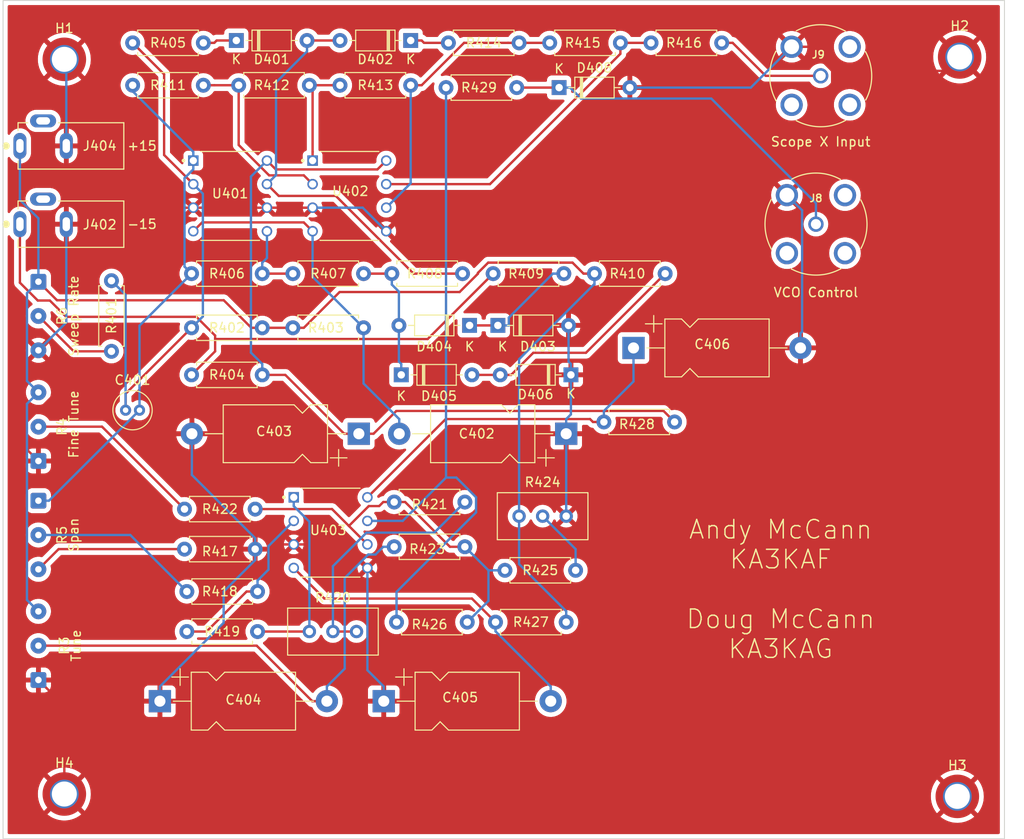
<source format=kicad_pcb>
(kicad_pcb (version 20211014) (generator pcbnew)
  (title_block (title "Spectrum Analyzer: Timebase") (date "2022-05-29") (rev "0.2") (company "Andy McCann KA3KAF and Doug McCann KA3KAG") (comment 1 "Terry White K7TAU") (comment 2 "Wes Hayward W7ZOI") (comment 3 "Original Design by:"))
  (layers (0 "F.Cu" signal) (31 "B.Cu" signal) (34 "B.Paste" user) (36 "B.SilkS" user "B.Silkscreen") (37 "F.SilkS" user "F.Silkscreen") (38 "B.Mask" user) (39 "F.Mask" user) (44 "Edge.Cuts" user))
  (net 0 "")
  (net 1 "Net-(C401-Pad1)")
  (net 2 "Net-(C401-Pad2)")
  (net 3 "GND")
  (net 4 "Net-(C402-Pad2)")
  (net 5 "Net-(C403-Pad1)")
  (net 6 "Net-(C404-Pad2)")
  (net 7 "Net-(C405-Pad2)")
  (net 8 "Net-(C406-Pad1)")
  (net 9 "Net-(D401-Pad1)")
  (net 10 "Net-(D401-Pad2)")
  (net 11 "Net-(D402-Pad1)")
  (net 12 "Net-(D403-Pad1)")
  (net 13 "Net-(D404-Pad2)")
  (net 14 "Net-(D405-Pad2)")
  (net 15 "VCO_Out")
  (net 16 "Out")
  (net 17 "V+15")
  (net 18 "V-15")
  (net 19 "Net-(R4-Pad2)")
  (net 20 "Net-(R418-Pad1)")
  (net 21 "Net-(R417-Pad1)")
  (net 22 "Net-(R401-Pad2)")
  (net 23 "Net-(R406-Pad2)")
  (net 24 "Net-(R411-Pad2)")
  (net 25 "Net-(R412-Pad2)")
  (net 26 "Net-(R413-Pad2)")
  (net 27 "Net-(R415-Pad2)")
  (net 28 "Net-(R418-Pad2)")
  (net 29 "Net-(R419-Pad2)")
  (net 30 "Net-(R420-Pad1)")
  (net 31 "Net-(R421-Pad2)")
  (net 32 "Net-(R424-Pad2)")
  (net 33 "Net-(R426-Pad2)")
  (footprint "Resistor_THT:R_Axial_DIN0207_L6.3mm_D2.5mm_P7.62mm_Horizontal" (layer "F.Cu") (at 64.262 33.528)
    (fp_text reference "R411")
    (fp_text value "12k")
  )
  (footprint "Resistor_THT:R_Axial_DIN0207_L6.3mm_D2.5mm_P7.62mm_Horizontal" (layer "F.Cu") (at 61.976 54.61 -90)
    (fp_text reference "R401")
    (fp_text value "56k")
  )
  (footprint "Connector_Wire:SolderWire-0.127sqmm_1x03_P3.7mm_D0.48mm_OD1mm" (layer "F.Cu") (at 54.102 78.342 -90)
    (fp_text reference "R5")
    (fp_text value "5k")
  )
  (footprint "Resistor_THT:R_Axial_DIN0207_L6.3mm_D2.5mm_P7.62mm_Horizontal" (layer "F.Cu") (at 64.262 28.956)
    (fp_text reference "R405")
    (fp_text value "2.2k")
  )
  (footprint "Resistor_THT:R_Axial_DIN0207_L6.3mm_D2.5mm_P7.62mm_Horizontal" (layer "F.Cu") (at 100.076 83.312 180)
    (fp_text reference "R423")
    (fp_text value "10k")
  )
  (footprint "Resistor_THT:R_Axial_DIN0207_L6.3mm_D2.5mm_P7.62mm_Horizontal" (layer "F.Cu") (at 104.394 85.852)
    (fp_text reference "R425")
    (fp_text value "10k")
  )
  (footprint "Diode_THT:D_DO-35_SOD27_P7.62mm_Horizontal" (layer "F.Cu") (at 93.218 64.77)
    (fp_text reference "D405")
    (fp_text value "1N4148")
  )
  (footprint "Connector_Wire:SolderWire-0.127sqmm_1x03_P3.7mm_D0.48mm_OD1mm" (layer "F.Cu") (at 54.102 74.058 90)
    (fp_text reference "R4")
    (fp_text value "10k")
  )
  (footprint "Resistor_THT:R_Axial_DIN0207_L6.3mm_D2.5mm_P7.62mm_Horizontal" (layer "F.Cu") (at 100.33 91.44 180)
    (fp_text reference "R426")
    (fp_text value "15k")
  )
  (footprint "Capacitor_THT:CP_Axial_L11.0mm_D6.0mm_P18.00mm_Horizontal" (layer "F.Cu") (at 110.998 71.12 180)
    (fp_text reference "C402")
    (fp_text value "22u")
  )
  (footprint "Capacitor_THT:CP_Axial_L11.0mm_D6.0mm_P18.00mm_Horizontal" (layer "F.Cu") (at 88.646 71.12 180)
    (fp_text reference "C403")
    (fp_text value "22u")
  )
  (footprint "Resistor_THT:R_Axial_DIN0207_L6.3mm_D2.5mm_P7.62mm_Horizontal" (layer "F.Cu") (at 70.612 53.848)
    (fp_text reference "R406")
    (fp_text value "2.2k")
  )
  (footprint "SnapEDA Library:TE_5-1634503-1" (layer "F.Cu") (at 138.43 32.512)
    (fp_text reference "J9")
    (fp_text value "Conn_Coaxial")
  )
  (footprint "Resistor_THT:R_Axial_DIN0207_L6.3mm_D2.5mm_P7.62mm_Horizontal" (layer "F.Cu") (at 103.378 91.44)
    (fp_text reference "R427")
    (fp_text value "22")
  )
  (footprint "SnapEDA Library:TE_5-1634503-1" (layer "F.Cu") (at 137.922 48.514)
    (fp_text reference "J8")
    (fp_text value "Conn_Coaxial")
  )
  (footprint "Resistor_THT:R_Axial_DIN0207_L6.3mm_D2.5mm_P7.62mm_Horizontal" (layer "F.Cu") (at 121.666 53.848 180)
    (fp_text reference "R410")
    (fp_text value "2.2k")
  )
  (footprint "Diode_THT:D_DO-35_SOD27_P7.62mm_Horizontal" (layer "F.Cu") (at 110.236 33.782)
    (fp_text reference "D408")
    (fp_text value "1N4148")
  )
  (footprint "Connector_Wire:SolderWire-0.127sqmm_1x03_P3.7mm_D0.48mm_OD1mm" (layer "F.Cu") (at 54.102 54.72 -90)
    (fp_text reference "R6")
    (fp_text value "10k")
  )
  (footprint "Resistor_THT:R_Axial_DIN0207_L6.3mm_D2.5mm_P7.62mm_Horizontal" (layer "F.Cu") (at 122.682 69.85 180)
    (fp_text reference "R428")
    (fp_text value "22")
  )
  (footprint "Resistor_THT:R_Axial_DIN0207_L6.3mm_D2.5mm_P7.62mm_Horizontal" (layer "F.Cu") (at 120.142 28.956)
    (fp_text reference "R416")
    (fp_text value "390")
  )
  (footprint "MountingHole:MountingHole_2.7mm_M2.5_DIN965_Pad_TopOnly" (layer "F.Cu") (at 56.896 30.734)
    (fp_text reference "H1")
    (fp_text value "MountingHole_Pad")
  )
  (footprint "SnapEDA Library:DIP794W45P254L959H508Q8" (layer "F.Cu") (at 87.63 45.466)
    (fp_text reference "U402")
    (fp_text value "LM358")
  )
  (footprint "Resistor_THT:R_Axial_DIN0207_L6.3mm_D2.5mm_P7.62mm_Horizontal" (layer "F.Cu") (at 75.692 33.528)
    (fp_text reference "R412")
    (fp_text value "15k")
  )
  (footprint "MountingHole:MountingHole_2.7mm_M2.5_DIN965_Pad_TopOnly" (layer "F.Cu") (at 153.162 110.236)
    (fp_text reference "H3")
    (fp_text value "MountingHole_Pad")
  )
  (footprint "Capacitor_THT:CP_Axial_L11.0mm_D6.0mm_P18.00mm_Horizontal" (layer "F.Cu") (at 91.33 99.9645)
    (fp_text reference "C405")
    (fp_text value "100u")
  )
  (footprint "Diode_THT:D_DO-35_SOD27_P7.62mm_Horizontal" (layer "F.Cu") (at 100.584 59.436 180)
    (fp_text reference "D404")
    (fp_text value "1N4148")
  )
  (footprint "MountingHole:MountingHole_2.7mm_M2.5_DIN965_Pad_TopOnly" (layer "F.Cu") (at 56.896 109.982)
    (fp_text reference "H4")
    (fp_text value "MountingHole_Pad")
  )
  (footprint "Resistor_THT:R_Axial_DIN0207_L6.3mm_D2.5mm_P7.62mm_Horizontal" (layer "F.Cu") (at 98.044 33.782)
    (fp_text reference "R429")
    (fp_text value "470")
  )
  (footprint "Connector_Wire:SolderWire-0.127sqmm_1x03_P3.7mm_D0.48mm_OD1mm" (layer "F.Cu") (at 54.102 97.68 90)
    (fp_text reference "R3")
    (fp_text value "10k")
  )
  (footprint "Diode_THT:D_DO-35_SOD27_P7.62mm_Horizontal" (layer "F.Cu") (at 94.234 28.702 180)
    (fp_text reference "D402")
    (fp_text value "1N4148")
  )
  (footprint "Resistor_THT:R_Axial_DIN0207_L6.3mm_D2.5mm_P7.62mm_Horizontal" (layer "F.Cu") (at 86.614 33.528)
    (fp_text reference "R413")
    (fp_text value "10k")
  )
  (footprint "MountingHole:MountingHole_2.7mm_M2.5_DIN965_Pad_TopOnly" (layer "F.Cu") (at 153.416 30.48)
    (fp_text reference "H2")
    (fp_text value "MountingHole_Pad")
  )
  (footprint "Resistor_THT:R_Axial_DIN0207_L6.3mm_D2.5mm_P7.62mm_Horizontal" (layer "F.Cu") (at 70.104 92.456)
    (fp_text reference "R419")
    (fp_text value "10k")
  )
  (footprint "SnapEDA Library:CUI_PJ-007" (layer "F.Cu") (at 52.1085 40.074)
    (fp_text reference "J404")
    (fp_text value "Jack-DC")
  )
  (footprint "Resistor_THT:R_Axial_DIN0207_L6.3mm_D2.5mm_P7.62mm_Horizontal" (layer "F.Cu") (at 81.534 53.848)
    (fp_text reference "R407")
    (fp_text value "4.7k")
  )
  (footprint "Capacitor_THT:C_Radial_D4.0mm_H5.0mm_P1.50mm" (layer "F.Cu") (at 63.5 68.58)
    (fp_text reference "C401")
    (fp_text value "1u")
  )
  (footprint "Resistor_THT:R_Axial_DIN0207_L6.3mm_D2.5mm_P7.62mm_Horizontal" (layer "F.Cu") (at 109.22 28.956)
    (fp_text reference "R415")
    (fp_text value "15k")
  )
  (footprint "Capacitor_THT:CP_Axial_L11.0mm_D6.0mm_P18.00mm_Horizontal" (layer "F.Cu") (at 67.2 99.9645)
    (fp_text reference "C404")
    (fp_text value "100u")
  )
  (footprint "Resistor_THT:R_Axial_DIN0207_L6.3mm_D2.5mm_P7.62mm_Horizontal" (layer "F.Cu") (at 70.612 59.69)
    (fp_text reference "R402")
    (fp_text value "680k")
  )
  (footprint "SnapEDA Library:DIP794W45P254L959H508Q8" (layer "F.Cu") (at 85.598 81.788)
    (fp_text reference "U403")
    (fp_text value "LM358")
  )
  (footprint "Resistor_THT:R_Axial_DIN0207_L6.3mm_D2.5mm_P7.62mm_Horizontal" (layer "F.Cu") (at 70.612 64.77)
    (fp_text reference "R404")
    (fp_text value "100")
  )
  (footprint "Potentiometer_THT:Potentiometer_Bourns_3296W_Vertical" (layer "F.Cu") (at 110.998 80.01)
    (fp_text reference "R424")
    (fp_text value "5k")
  )
  (footprint "SnapEDA Library:DIP794W45P254L959H508Q8" (layer "F.Cu") (at 74.77 45.466)
    (fp_text reference "U401")
    (fp_text value "LM358")
  )
  (footprint "Resistor_THT:R_Axial_DIN0207_L6.3mm_D2.5mm_P7.62mm_Horizontal" (layer "F.Cu") (at 103.124 53.848)
    (fp_text reference "R409")
    (fp_text value "2.2k")
  )
  (footprint "Diode_THT:D_DO-35_SOD27_P7.62mm_Horizontal" (layer "F.Cu") (at 75.438 28.702)
    (fp_text reference "D401")
    (fp_text value "1N4148")
  )
  (footprint "Resistor_THT:R_Axial_DIN0207_L6.3mm_D2.5mm_P7.62mm_Horizontal" (layer "F.Cu") (at 69.85 83.566)
    (fp_text reference "R417")
    (fp_text value "51")
  )
  (footprint "Diode_THT:D_DO-35_SOD27_P7.62mm_Horizontal" (layer "F.Cu") (at 111.506 64.77 180)
    (fp_text reference "D406")
    (fp_text value "1N4735")
  )
  (footprint "Resistor_THT:R_Axial_DIN0207_L6.3mm_D2.5mm_P7.62mm_Horizontal" (layer "F.Cu") (at 98.298 28.956)
    (fp_text reference "R414")
    (fp_text value "10k")
  )
  (footprint "Resistor_THT:R_Axial_DIN0207_L6.3mm_D2.5mm_P7.62mm_Horizontal" (layer "F.Cu") (at 69.85 79.248)
    (fp_text reference "R422")
    (fp_text value "240k")
  )
  (footprint "Potentiometer_THT:Potentiometer_Bourns_3296W_Vertical" (layer "F.Cu") (at 88.392 92.456)
    (fp_text reference "R420")
    (fp_text value "5k")
  )
  (footprint "Diode_THT:D_DO-35_SOD27_P7.62mm_Horizontal" (layer "F.Cu") (at 103.632 59.436)
    (fp_text reference "D403")
    (fp_text value "1N4735")
  )
  (footprint "Resistor_THT:R_Axial_DIN0207_L6.3mm_D2.5mm_P7.62mm_Horizontal" (layer "F.Cu") (at 89.154 59.69 180)
    (fp_text reference "R403")
    (fp_text value "100")
  )
  (footprint "SnapEDA Library:CUI_PJ-007" (layer "F.Cu") (at 52.1085 48.514)
    (fp_text reference "J402")
    (fp_text value "Jack-DC")
  )
  (footprint "Capacitor_THT:CP_Axial_L11.0mm_D6.0mm_P18.00mm_Horizontal" (layer "F.Cu") (at 118.254 61.8645)
    (fp_text reference "C406")
    (fp_text value "100u")
  )
  (footprint "Resistor_THT:R_Axial_DIN0207_L6.3mm_D2.5mm_P7.62mm_Horizontal" (layer "F.Cu") (at 70.104 88.138)
    (fp_text reference "R418")
    (fp_text value "10k")
  )
  (footprint "Resistor_THT:R_Axial_DIN0207_L6.3mm_D2.5mm_P7.62mm_Horizontal" (layer "F.Cu") (at 100.076 78.486 180)
    (fp_text reference "R421")
    (fp_text value "6.8k")
  )
  (footprint "Resistor_THT:R_Axial_DIN0207_L6.3mm_D2.5mm_P7.62mm_Horizontal" (layer "F.Cu") (at 99.822 53.848 180)
    (fp_text reference "R408")
    (fp_text value "1k")
  )
  (gr_rect (start 50.292 24.384) (end 158.242 114.808) (layer "Edge.Cuts") (width 0.1) (fill none))
  (gr_text "Andy McCann\nKA3KAF\n\nDoug McCann\nKA3KAG" (at 134.112 87.884) (layer "F.SilkS") (effects (font (size 2 2))))
  (segment (start 63.5 66.802) (end 70.612 59.69) (width 0.254) (layer "F.Cu") (net 1))
  (segment (start 63.5 68.58) (end 63.5 66.802) (width 0.254) (layer "F.Cu") (net 1))
  (segment (start 67.6526 32.3466) (end 64.262 28.956) (width 0.254) (layer "F.Cu") (net 1))
  (segment (start 67.6526 41.0486) (end 67.6526 32.3466) (width 0.254) (layer "F.Cu") (net 1))
  (segment (start 70.8 44.196) (end 67.6526 41.0486) (width 0.254) (layer "F.Cu") (net 1))
  (segment (start 61.976 54.61) (end 63.5 56.134) (width 0.254) (layer "B.Cu") (net 1))
  (segment (start 71.8322 45.2282) (end 71.8322 58.4698) (width 0.254) (layer "B.Cu") (net 1))
  (segment (start 71.8322 58.4698) (end 70.612 59.69) (width 0.254) (layer "B.Cu") (net 1))
  (segment (start 70.8 44.196) (end 71.8322 45.2282) (width 0.254) (layer "B.Cu") (net 1))
  (segment (start 63.5 56.134) (end 63.5 68.58) (width 0.254) (layer "B.Cu") (net 1))
  (segment (start 70.8 41.656) (end 70.8 42.6023) (width 0.254) (layer "B.Cu") (net 2))
  (segment (start 65 59.46) (end 70.612 53.848) (width 0.254) (layer "B.Cu") (net 2))
  (segment (start 69.8537 43.5486) (end 70.8 42.6023) (width 0.254) (layer "B.Cu") (net 2))
  (segment (start 54.102 78.342) (end 55.238 78.342) (width 0.254) (layer "B.Cu") (net 2))
  (segment (start 55.238 78.342) (end 65 68.58) (width 0.254) (layer "B.Cu") (net 2))
  (segment (start 70.612 53.848) (end 69.8537 53.0897) (width 0.254) (layer "B.Cu") (net 2))
  (segment (start 70.8 41.656) (end 70.8 40.7097) (width 0.254) (layer "B.Cu") (net 2))
  (segment (start 70.8 40.7097) (end 64.262 34.1717) (width 0.254) (layer "B.Cu") (net 2))
  (segment (start 69.8537 53.0897) (end 69.8537 43.5486) (width 0.254) (layer "B.Cu") (net 2))
  (segment (start 64.262 34.1717) (end 64.262 33.528) (width 0.254) (layer "B.Cu") (net 2))
  (segment (start 65 68.58) (end 65 59.46) (width 0.254) (layer "B.Cu") (net 2))
  (segment (start 78.74 46.736) (end 83.66 46.736) (width 0.254) (layer "F.Cu") (net 3))
  (segment (start 59.9678 41.852) (end 58.1898 40.074) (width 0.254) (layer "F.Cu") (net 3))
  (segment (start 57.1085 40.074) (end 58.1898 40.074) (width 0.254) (layer "F.Cu") (net 3))
  (segment (start 55.7074 63.7254) (end 54.102 62.12) (width 0.254) (layer "F.Cu") (net 3))
  (segment (start 67.2 99.9645) (end 56.896 99.9645) (width 0.254) (layer "F.Cu") (net 3))
  (segment (start 133.22 64.77) (end 133.22 90.294) (width 0.254) (layer "F.Cu") (net 3))
  (segment (start 89.568 85.598) (end 87.028 83.058) (width 0.254) (layer "F.Cu") (net 3))
  (segment (start 137.0727 29.382) (end 135.3 29.382) (width 0.254) (layer "F.Cu") (net 3))
  (segment (start 134.6727 61.8645) (end 133.22 63.3172) (width 0.254) (layer "F.Cu") (net 3))
  (segment (start 77.47 83.566) (end 78.6513 83.566) (width 0.254) (layer "F.Cu") (net 3))
  (segment (start 56.896 99.9645) (end 56.3865 99.9645) (width 0.254) (layer "F.Cu") (net 3))
  (segment (start 70.8 46.736) (end 59.9678 46.736) (width 0.254) (layer "F.Cu") (net 3))
  (segment (start 55.7074 66.974) (end 55.7074 63.7254) (width 0.254) (layer "F.Cu") (net 3))
  (segment (start 90.6726 84.4934) (end 89.568 85.598) (width 0.254) (layer "F.Cu") (net 3))
  (segment (start 133.22 63.3172) (end 133.22 64.77) (width 0.254) (layer "F.Cu") (net 3))
  (segment (start 78.74 46.736) (end 70.8 46.736) (width 0.254) (layer "F.Cu") (net 3))
  (segment (start 151.9173 31.9787) (end 139.6694 31.9787) (width 0.254) (layer "F.Cu") (net 3))
  (segment (start 63.102 71.12) (end 58.956 66.974) (width 0.254) (layer "F.Cu") (net 3))
  (segment (start 87.028 83.058) (end 81.628 83.058) (width 0.254) (layer "F.Cu") (net 3))
  (segment (start 153.416 30.48) (end 151.9173 31.9787) (width 0.254) (layer "F.Cu") (net 3))
  (segment (start 133.22 90.294) (end 153.162 110.236) (width 0.254) (layer "F.Cu") (net 3))
  (segment (start 139.6694 31.9787) (end 137.0727 29.382) (width 0.254) (layer "F.Cu") (net 3))
  (segment (start 106.5146 84.4934) (end 90.6726 84.4934) (width 0.254) (layer "F.Cu") (net 3))
  (segment (start 55.7074 66.974) (end 52.8278 69.8536) (width 0.254) (layer "F.Cu") (net 3))
  (segment (start 56.896 99.9645) (end 56.896 109.982) (width 0.254) (layer "F.Cu") (net 3))
  (segment (start 52.8278 72.7838) (end 54.102 74.058) (width 0.254) (layer "F.Cu") (net 3))
  (segment (start 136.254 61.8645) (end 134.6727 61.8645) (width 0.254) (layer "F.Cu") (net 3))
  (segment (start 52.8278 69.8536) (end 52.8278 72.7838) (width 0.254) (layer "F.Cu") (net 3))
  (segment (start 59.9678 46.736) (end 58.1898 48.514) (width 0.254) (layer "F.Cu") (net 3))
  (segment (start 110.998 80.01) (end 106.5146 84.4934) (width 0.254) (layer "F.Cu") (net 3))
  (segment (start 139.6694 40.5066) (end 139.6694 31.9787) (width 0.254) (layer "F.Cu") (net 3))
  (segment (start 133.22 64.77) (end 111.506 64.77) (width 0.254) (layer "F.Cu") (net 3))
  (segment (start 70.646 71.12) (end 63.102 71.12) (width 0.254) (layer "F.Cu") (net 3))
  (segment (start 79.1593 83.058) (end 78.6513 83.566) (width 0.254) (layer "F.Cu") (net 3))
  (segment (start 59.9678 46.736) (end 59.9678 41.852) (width 0.254) (layer "F.Cu") (net 3))
  (segment (start 58.956 66.974) (end 55.7074 66.974) (width 0.254) (layer "F.Cu") (net 3))
  (segment (start 56.3865 99.9645) (end 54.102 97.68) (width 0.254) (layer "F.Cu") (net 3))
  (segment (start 57.1085 48.514) (end 58.1898 48.514) (width 0.254) (layer "F.Cu") (net 3))
  (segment (start 81.628 83.058) (end 79.1593 83.058) (width 0.254) (layer "F.Cu") (net 3))
  (segment (start 134.792 45.384) (end 139.6694 40.5066) (width 0.254) (layer "F.Cu") (net 3))
  (segment (start 130.9 33.782) (end 117.856 33.782) (width 0.254) (layer "B.Cu") (net 3))
  (segment (start 136.254 60.2832) (end 136.4271 60.1101) (width 0.254) (layer "B.Cu") (net 3))
  (segment (start 77.47 83.566) (end 77.47 84.7473) (width 0.254) (layer "B.Cu") (net 3))
  (segment (start 57.1085 59.1135) (end 54.102 62.12) (width 0.254) (layer "B.Cu") (net 3))
  (segment (start 91.33 99.9645) (end 91.33 98.3832) (width 0.254) (layer "B.Cu") (net 3))
  (segment (start 111.252 59.436) (end 111.252 60.6173) (width 0.254) (layer "B.Cu") (net 3))
  (segment (start 57.1085 48.514) (end 57.1085 59.1135) (width 0.254) (layer "B.Cu") (net 3))
  (segment (start 57.1085 30.9465) (end 56.896 30.734) (width 0.254) (layer "B.Cu") (net 3))
  (segment (start 67.2 99.9645) (end 67.2 98.3832) (width 0.254) (layer "B.Cu") (net 3))
  (segment (start 136.254 61.8645) (end 136.254 60.2832) (width 0.254) (layer "B.Cu") (net 3))
  (segment (start 111.506 64.1793) (end 111.506 64.77) (width 0.254) (layer "B.Cu") (net 3))
  (segment (start 111.252 63.3347) (end 111.252 60.6173) (width 0.254) (layer "B.Cu") (net 3))
  (segment (start 111.506 63.5887) (end 111.252 63.3347) (width 0.254) (layer "B.Cu") (net 3))
  (segment (start 111.506 64.77) (end 111.506 69.0307) (width 0.254) (layer "B.Cu") (net 3))
  (segment (start 111.506 69.0307) (end 110.998 69.5387) (width 0.254) (layer "B.Cu") (net 3))
  (segment (start 77.47 82.3847) (end 70.646 75.5607) (width 0.254) (layer "B.Cu") (net 3))
  (segment (start 136.4271 47.0191) (end 134.792 45.384) (width 0.254) (layer "B.Cu") (net 3))
  (segment (start 110.998 80.01) (end 110.998 71.12) (width 0.254) (layer "B.Cu") (net 3))
  (segment (start 74.0707 88.1466) (end 77.47 84.7473) (width 0.254) (layer "B.Cu") (net 3))
  (segment (start 111.506 64.1793) (end 111.506 63.5887) (width 0.254) (layer "B.Cu") (net 3))
  (segment (start 74.0707 91.5125) (end 74.0707 88.1466) (width 0.254) (layer "B.Cu") (net 3))
  (segment (start 57.1085 40.074) (end 57.1085 30.9465) (width 0.254) (layer "B.Cu") (net 3))
  (segment (start 89.568 85.598) (end 89.568 96.6212) (width 0.254) (layer "B.Cu") (net 3))
  (segment (start 136.4271 60.1101) (end 136.4271 47.0191) (width 0.254) (layer "B.Cu") (net 3))
  (segment (start 110.998 71.12) (end 110.998 69.5387) (width 0.254) (layer "B.Cu") (net 3))
  (segment (start 89.06 46.736) (end 83.66 46.736) (width 0.254) (layer "B.Cu") (net 3))
  (segment (start 67.2 98.3832) (end 74.0707 91.5125) (width 0.254) (layer "B.Cu") (net 3))
  (segment (start 135.3 29.382) (end 130.9 33.782) (width 0.254) (layer "B.Cu") (net 3))
  (segment (start 77.47 83.566) (end 77.47 82.3847) (width 0.254) (layer "B.Cu") (net 3))
  (segment (start 70.646 75.5607) (end 70.646 71.12) (width 0.254) (layer "B.Cu") (net 3))
  (segment (start 91.6 49.276) (end 89.06 46.736) (width 0.254) (layer "B.Cu") (net 3))
  (segment (start 89.568 96.6212) (end 91.33 98.3832) (width 0.254) (layer "B.Cu") (net 3))
  (segment (start 70.8 49.276) (end 71.7525 48.3235) (width 0.254) (layer "F.Cu") (net 4))
  (segment (start 82.7075 48.3235) (end 83.66 49.276) (width 0.254) (layer "F.Cu") (net 4))
  (segment (start 71.7525 48.3235) (end 82.7075 48.3235) (width 0.254) (layer "F.Cu") (net 4))
  (segment (start 83.66 54.196) (end 89.154 59.69) (width 0.254) (layer "B.Cu") (net 4))
  (segment (start 83.66 49.276) (end 83.66 54.196) (width 0.254) (layer "B.Cu") (net 4))
  (segment (start 89.154 59.69) (end 89.154 65.6947) (width 0.254) (layer "B.Cu") (net 4))
  (segment (start 92.998 71.12) (end 92.998 69.5387) (width 0.254) (layer "B.Cu") (net 4))
  (segment (start 89.154 65.6947) (end 92.998 69.5387) (width 0.254) (layer "B.Cu") (net 4))
  (segment (start 78.74 41.656) (end 79.6938 42.6098) (width 0.254) (layer "F.Cu") (net 5))
  (segment (start 80.7147 64.77) (end 87.0647 71.12) (width 0.254) (layer "F.Cu") (net 5))
  (segment (start 79.6938 42.6098) (end 90.6462 42.6098) (width 0.254) (layer "F.Cu") (net 5))
  (segment (start 88.646 71.12) (end 87.0647 71.12) (width 0.254) (layer "F.Cu") (net 5))
  (segment (start 92.6885 68.6588) (end 90.2273 71.12) (width 0.254) (layer "F.Cu") (net 5))
  (segment (start 88.646 71.12) (end 90.2273 71.12) (width 0.254) (layer "F.Cu") (net 5))
  (segment (start 90.6462 42.6098) (end 91.6 41.656) (width 0.254) (layer "F.Cu") (net 5))
  (segment (start 122.682 69.85) (end 121.4908 68.6588) (width 0.254) (layer "F.Cu") (net 5))
  (segment (start 121.4908 68.6588) (end 92.6885 68.6588) (width 0.254) (layer "F.Cu") (net 5))
  (segment (start 78.232 64.77) (end 80.7147 64.77) (width 0.254) (layer "F.Cu") (net 5))
  (segment (start 78.74 41.656) (end 77.0137 43.3823) (width 0.254) (layer "B.Cu") (net 5))
  (segment (start 77.0137 62.3704) (end 78.232 63.5887) (width 0.254) (layer "B.Cu") (net 5))
  (segment (start 77.0137 43.3823) (end 77.0137 62.3704) (width 0.254) (layer "B.Cu") (net 5))
  (segment (start 78.232 64.77) (end 78.232 63.5887) (width 0.254) (layer "B.Cu") (net 5))
  (segment (start 85.2 99.9645) (end 83.6187 99.9645) (width 0.254) (layer "F.Cu") (net 6))
  (segment (start 83.6187 99.9645) (end 77.6342 93.98) (width 0.254) (layer "F.Cu") (net 6))
  (segment (start 77.6342 93.98) (end 54.102 93.98) (width 0.254) (layer "F.Cu") (net 6))
  (segment (start 87.122 86.6846) (end 89.6593 84.1473) (width 0.254) (layer "B.Cu") (net 6))
  (segment (start 87.122 96.4612) (end 87.122 86.6846) (width 0.254) (layer "B.Cu") (net 6))
  (segment (start 89.6593 84.1473) (end 90.4394 84.1473) (width 0.254) (layer "B.Cu") (net 6))
  (segment (start 85.2 98.3832) (end 87.122 96.4612) (width 0.254) (layer "B.Cu") (net 6))
  (segment (start 90.4394 84.1473) (end 91.2747 83.312) (width 0.254) (layer "B.Cu") (net 6))
  (segment (start 92.456 83.312) (end 91.2747 83.312) (width 0.254) (layer "B.Cu") (net 6))
  (segment (start 85.2 99.9645) (end 85.2 98.3832) (width 0.254) (layer "B.Cu") (net 6))
  (segment (start 81.628 85.598) (end 84.93 88.9) (width 0.254) (layer "F.Cu") (net 7))
  (segment (start 84.93 88.9) (end 100.838 88.9) (width 0.254) (layer "F.Cu") (net 7))
  (segment (start 100.838 88.9) (end 103.378 91.44) (width 0.254) (layer "F.Cu") (net 7))
  (segment (start 109.33 99.9645) (end 109.33 98.3832) (width 0.254) (layer "B.Cu") (net 7))
  (segment (start 109.33 98.3832) (end 103.378 92.4312) (width 0.254) (layer "B.Cu") (net 7))
  (segment (start 103.378 92.4312) (end 103.378 91.44) (width 0.254) (layer "B.Cu") (net 7))
  (segment (start 113.8807 69.85) (end 113.5693 69.5386) (width 0.254) (layer "F.Cu") (net 8))
  (segment (start 115.062 69.85) (end 113.8807 69.85) (width 0.254) (layer "F.Cu") (net 8))
  (segment (start 98.0074 69.5386) (end 89.568 77.978) (width 0.254) (layer "F.Cu") (net 8))
  (segment (start 113.5693 69.5386) (end 98.0074 69.5386) (width 0.254) (layer "F.Cu") (net 8))
  (segment (start 118.254 61.8645) (end 118.254 65.4767) (width 0.254) (layer "B.Cu") (net 8))
  (segment (start 115.062 69.85) (end 115.062 68.6687) (width 0.254) (layer "B.Cu") (net 8))
  (segment (start 118.254 65.4767) (end 115.062 68.6687) (width 0.254) (layer "B.Cu") (net 8))
  (segment (start 75.438 28.702) (end 73.3173 28.702) (width 0.254) (layer "F.Cu") (net 9))
  (segment (start 71.882 28.956) (end 73.0633 28.956) (width 0.254) (layer "F.Cu") (net 9))
  (segment (start 73.3173 28.702) (end 73.0633 28.956) (width 0.254) (layer "F.Cu") (net 9))
  (segment (start 99.822 53.848) (end 94.5454 53.848) (width 0.254) (layer "F.Cu") (net 10))
  (segment (start 80.01 45.466) (end 78.74 44.196) (width 0.254) (layer "F.Cu") (net 10))
  (segment (start 83.058 28.702) (end 86.614 28.702) (width 0.254) (layer "F.Cu") (net 10))
  (segment (start 94.5454 53.848) (end 86.1634 45.466) (width 0.254) (layer "F.Cu") (net 10))
  (segment (start 86.1634 45.466) (end 80.01 45.466) (width 0.254) (layer "F.Cu") (net 10))
  (segment (start 78.74 44.196) (end 79.72 43.216) (width 0.254) (layer "B.Cu") (net 10))
  (segment (start 79.72 43.216) (end 79.72 33.2213) (width 0.254) (layer "B.Cu") (net 10))
  (segment (start 83.058 28.702) (end 83.058 29.8833) (width 0.254) (layer "B.Cu") (net 10))
  (segment (start 79.72 33.2213) (end 83.058 29.8833) (width 0.254) (layer "B.Cu") (net 10))
  (segment (start 98.298 28.956) (end 95.6693 28.956) (width 0.254) (layer "F.Cu") (net 11))
  (segment (start 95.6693 28.956) (end 95.4153 28.702) (width 0.254) (layer "F.Cu") (net 11))
  (segment (start 94.234 28.702) (end 95.4153 28.702) (width 0.254) (layer "F.Cu") (net 11))
  (segment (start 103.632 59.436) (end 100.584 59.436) (width 0.254) (layer "F.Cu") (net 12))
  (segment (start 110.744 53.848) (end 109.5627 53.848) (width 0.254) (layer "B.Cu") (net 12))
  (segment (start 109.5627 53.848) (end 104.8133 58.5974) (width 0.254) (layer "B.Cu") (net 12))
  (segment (start 103.632 59.436) (end 104.8133 59.436) (width 0.254) (layer "B.Cu") (net 12))
  (segment (start 104.8133 58.5974) (end 104.8133 59.436) (width 0.254) (layer "B.Cu") (net 12))
  (segment (start 92.202 53.848) (end 89.154 53.848) (width 0.254) (layer "F.Cu") (net 13))
  (segment (start 93.218 64.77) (end 93.218 63.5887) (width 0.254) (layer "B.Cu") (net 13))
  (segment (start 92.964 55.7913) (end 92.964 59.436) (width 0.254) (layer "B.Cu") (net 13))
  (segment (start 92.964 59.436) (end 92.964 63.3347) (width 0.254) (layer "B.Cu") (net 13))
  (segment (start 92.964 63.3347) (end 93.218 63.5887) (width 0.254) (layer "B.Cu") (net 13))
  (segment (start 92.202 55.0293) (end 92.964 55.7913) (width 0.254) (layer "B.Cu") (net 13))
  (segment (start 92.202 53.848) (end 92.202 55.0293) (width 0.254) (layer "B.Cu") (net 13))
  (segment (start 113.1263 62.3877) (end 107.4496 62.3877) (width 0.254) (layer "F.Cu") (net 14))
  (segment (start 103.886 64.77) (end 100.838 64.77) (width 0.254) (layer "F.Cu") (net 14))
  (segment (start 107.4496 62.3877) (end 105.0673 64.77) (width 0.254) (layer "F.Cu") (net 14))
  (segment (start 121.666 53.848) (end 113.1263 62.3877) (width 0.254) (layer "F.Cu") (net 14))
  (segment (start 103.886 64.77) (end 105.0673 64.77) (width 0.254) (layer "F.Cu") (net 14))
  (segment (start 105.664 33.782) (end 110.236 33.782) (width 0.254) (layer "F.Cu") (net 15))
  (segment (start 112.5986 34.9633) (end 126.6346 34.9633) (width 0.254) (layer "B.Cu") (net 15))
  (segment (start 111.4173 33.782) (end 112.5986 34.9633) (width 0.254) (layer "B.Cu") (net 15))
  (segment (start 137.922 46.2507) (end 137.922 48.514) (width 0.254) (layer "B.Cu") (net 15))
  (segment (start 126.6346 34.9633) (end 137.922 46.2507) (width 0.254) (layer "B.Cu") (net 15))
  (segment (start 110.236 33.782) (end 111.4173 33.782) (width 0.254) (layer "B.Cu") (net 15))
  (segment (start 128.9433 28.956) (end 132.4993 32.512) (width 0.254) (layer "F.Cu") (net 16))
  (segment (start 127.762 28.956) (end 128.9433 28.956) (width 0.254) (layer "F.Cu") (net 16))
  (segment (start 132.4993 32.512) (end 138.43 32.512) (width 0.254) (layer "F.Cu") (net 16))
  (segment (start 73.152 60.903) (end 73.152 62.23) (width 0.254) (layer "F.Cu") (net 17))
  (segment (start 57.0923 58.5087) (end 71.1292 58.5087) (width 0.254) (layer "F.Cu") (net 17))
  (segment (start 71.1292 58.5087) (end 73.152 60.5315) (width 0.254) (layer "F.Cu") (net 17))
  (segment (start 73.152 60.5315) (end 73.152 60.903) (width 0.254) (layer "F.Cu") (net 17))
  (segment (start 52.1085 48.514) (end 52.1085 54.8267) (width 0.254) (layer "F.Cu") (net 17))
  (segment (start 73.152 62.23) (end 70.612 64.77) (width 0.254) (layer "F.Cu") (net 17))
  (segment (start 96.069 60.903) (end 73.152 60.903) (width 0.254) (layer "F.Cu") (net 17))
  (segment (start 52.1085 54.8267) (end 54.0315 56.7497) (width 0.254) (layer "F.Cu") (net 17))
  (segment (start 103.124 53.848) (end 96.069 60.903) (width 0.254) (layer "F.Cu") (net 17))
  (segment (start 54.0315 56.7497) (end 55.3333 56.7497) (width 0.254) (layer "F.Cu") (net 17))
  (segment (start 55.3333 56.7497) (end 57.0923 58.5087) (width 0.254) (layer "F.Cu") (net 17))
  (segment (start 78.232 59.69) (end 81.534 59.69) (width 0.254) (layer "F.Cu") (net 18))
  (segment (start 78.232 59.69) (end 77.0507 59.69) (width 0.254) (layer "F.Cu") (net 18))
  (segment (start 111.6782 52.6615) (end 112.8647 53.848) (width 0.254) (layer "F.Cu") (net 18))
  (segment (start 101.4852 53.7656) (end 102.5893 52.6615) (width 0.254) (layer "F.Cu") (net 18))
  (segment (start 81.534 59.69) (end 82.7153 59.69) (width 0.254) (layer "F.Cu") (net 18))
  (segment (start 82.7153 59.69) (end 86.5734 55.8319) (width 0.254) (layer "F.Cu") (net 18))
  (segment (start 56.1037 56.7217) (end 54.102 54.72) (width 0.254) (layer "F.Cu") (net 18))
  (segment (start 101.4852 53.8555) (end 101.4852 53.7656) (width 0.254) (layer "F.Cu") (net 18))
  (segment (start 102.5893 52.6615) (end 111.6782 52.6615) (width 0.254) (layer "F.Cu") (net 18))
  (segment (start 114.046 53.848) (end 112.8647 53.848) (width 0.254) (layer "F.Cu") (net 18))
  (segment (start 86.5734 55.8319) (end 99.5088 55.8319) (width 0.254) (layer "F.Cu") (net 18))
  (segment (start 74.0824 56.7217) (end 56.1037 56.7217) (width 0.254) (layer "F.Cu") (net 18))
  (segment (start 77.0507 59.69) (end 74.0824 56.7217) (width 0.254) (layer "F.Cu") (net 18))
  (segment (start 99.5088 55.8319) (end 101.4852 53.8555) (width 0.254) (layer "F.Cu") (net 18))
  (segment (start 52.8678 89.0458) (end 52.8678 67.8922) (width 0.254) (layer "B.Cu") (net 18))
  (segment (start 52.1085 40.074) (end 52.1085 45.896) (width 0.254) (layer "B.Cu") (net 18))
  (segment (start 52.8678 67.8922) (end 54.102 66.658) (width 0.254) (layer "B.Cu") (net 18))
  (segment (start 105.918 80.01) (end 105.918 85.1787) (width 0.254) (layer "B.Cu") (net 18))
  (segment (start 54.102 47.8895) (end 54.102 54.72) (width 0.254) (layer "B.Cu") (net 18))
  (segment (start 110.998 91.44) (end 110.998 90.2587) (width 0.254) (layer "B.Cu") (net 18))
  (segment (start 54.102 54.72) (end 52.8697 55.9523) (width 0.254) (layer "B.Cu") (net 18))
  (segment (start 52.8697 55.9523) (end 52.8697 65.4257) (width 0.254) (layer "B.Cu") (net 18))
  (segment (start 113.9722 55.0293) (end 105.918 63.0835) (width 0.254) (layer "B.Cu") (net 18))
  (segment (start 54.102 90.28) (end 52.8678 89.0458) (width 0.254) (layer "B.Cu") (net 18))
  (segment (start 105.918 85.1787) (end 110.998 90.2587) (width 0.254) (layer "B.Cu") (net 18))
  (segment (start 52.1085 45.896) (end 54.102 47.8895) (width 0.254) (layer "B.Cu") (net 18))
  (segment (start 114.046 55.0293) (end 113.9722 55.0293) (width 0.254) (layer "B.Cu") (net 18))
  (segment (start 114.046 53.848) (end 114.046 55.0293) (width 0.254) (layer "B.Cu") (net 18))
  (segment (start 52.8697 65.4257) (end 54.102 66.658) (width 0.254) (layer "B.Cu") (net 18))
  (segment (start 105.918 63.0835) (end 105.918 80.01) (width 0.254) (layer "B.Cu") (net 18))
  (segment (start 60.96 70.358) (end 54.102 70.358) (width 0.254) (layer "F.Cu") (net 19))
  (segment (start 69.85 79.248) (end 60.96 70.358) (width 0.254) (layer "F.Cu") (net 19))
  (segment (start 64.008 82.042) (end 54.102 82.042) (width 0.254) (layer "B.Cu") (net 20))
  (segment (start 70.104 88.138) (end 64.008 82.042) (width 0.254) (layer "B.Cu") (net 20))
  (segment (start 69.85 83.566) (end 56.278 83.566) (width 0.254) (layer "F.Cu") (net 21))
  (segment (start 56.278 83.566) (end 54.102 85.742) (width 0.254) (layer "F.Cu") (net 21))
  (segment (start 57.912 62.23) (end 61.976 62.23) (width 0.254) (layer "F.Cu") (net 22))
  (segment (start 54.102 58.42) (end 57.912 62.23) (width 0.254) (layer "F.Cu") (net 22))
  (segment (start 81.534 53.848) (end 78.232 53.848) (width 0.254) (layer "F.Cu") (net 23))
  (segment (start 78.74 49.276) (end 78.74 52.1587) (width 0.254) (layer "B.Cu") (net 23))
  (segment (start 78.232 53.848) (end 78.232 52.6667) (width 0.254) (layer "B.Cu") (net 23))
  (segment (start 78.74 52.1587) (end 78.232 52.6667) (width 0.254) (layer "B.Cu") (net 23))
  (segment (start 75.692 33.528) (end 73.0633 33.528) (width 0.254) (layer "F.Cu") (net 24))
  (segment (start 78.9707 43.2496) (end 75.692 39.9709) (width 0.254) (layer "F.Cu") (net 24))
  (segment (start 83.66 44.196) (end 82.7136 43.2496) (width 0.254) (layer "F.Cu") (net 24))
  (segment (start 82.7136 43.2496) (end 78.9707 43.2496) (width 0.254) (layer "F.Cu") (net 24))
  (segment (start 75.692 39.9709) (end 75.692 33.528) (width 0.254) (layer "F.Cu") (net 24))
  (segment (start 71.882 33.528) (end 73.0633 33.528) (width 0.254) (layer "F.Cu") (net 24))
  (segment (start 83.66 41.656) (end 83.66 40.7097) (width 0.254) (layer "F.Cu") (net 25))
  (segment (start 83.66 33.528) (end 83.312 33.528) (width 0.254) (layer "F.Cu") (net 25))
  (segment (start 86.614 33.528) (end 83.66 33.528) (width 0.254) (layer "F.Cu") (net 25))
  (segment (start 83.66 33.528) (end 83.66 40.7097) (width 0.254) (layer "F.Cu") (net 25))
  (segment (start 104.7367 28.956) (end 99.9873 28.956) (width 0.254) (layer "F.Cu") (net 26))
  (segment (start 99.9873 28.956) (end 95.4153 33.528) (width 0.254) (layer "F.Cu") (net 26))
  (segment (start 105.918 28.956) (end 104.7367 28.956) (width 0.254) (layer "F.Cu") (net 26))
  (segment (start 109.22 28.956) (end 105.918 28.956) (width 0.254) (layer "F.Cu") (net 26))
  (segment (start 94.234 33.528) (end 95.4153 33.528) (width 0.254) (layer "F.Cu") (net 26))
  (segment (start 94.234 33.528) (end 94.234 44.102) (width 0.254) (layer "B.Cu") (net 26))
  (segment (start 94.234 44.102) (end 91.6 46.736) (width 0.254) (layer "B.Cu") (net 26))
  (segment (start 116.84 28.956) (end 116.84 30.1373) (width 0.254) (layer "F.Cu") (net 27))
  (segment (start 102.7813 44.196) (end 116.84 30.1373) (width 0.254) (layer "F.Cu") (net 27))
  (segment (start 91.6 44.196) (end 102.7813 44.196) (width 0.254) (layer "F.Cu") (net 27))
  (segment (start 116.84 28.956) (end 120.142 28.956) (width 0.254) (layer "F.Cu") (net 27))
  (segment (start 76.5427 88.138) (end 72.2247 92.456) (width 0.254) (layer "F.Cu") (net 28))
  (segment (start 77.724 88.138) (end 76.5427 88.138) (width 0.254) (layer "F.Cu") (net 28))
  (segment (start 72.2247 92.456) (end 70.104 92.456) (width 0.254) (layer "F.Cu") (net 28))
  (segment (start 78.9053 83.2407) (end 81.628 80.518) (width 0.254) (layer "B.Cu") (net 28))
  (segment (start 77.724 88.138) (end 77.724 86.9567) (width 0.254) (layer "B.Cu") (net 28))
  (segment (start 78.9053 85.7754) (end 78.9053 83.2407) (width 0.254) (layer "B.Cu") (net 28))
  (segment (start 77.724 86.9567) (end 78.9053 85.7754) (width 0.254) (layer "B.Cu") (net 28))
  (segment (start 83.312 92.456) (end 77.724 92.456) (width 0.254) (layer "F.Cu") (net 29))
  (segment (start 81.628 77.978) (end 81.628 78.9243) (width 0.254) (layer "B.Cu") (net 29))
  (segment (start 83.312 80.6083) (end 83.312 92.456) (width 0.254) (layer "B.Cu") (net 29))
  (segment (start 81.628 78.9243) (end 83.312 80.6083) (width 0.254) (layer "B.Cu") (net 29))
  (segment (start 85.852 92.456) (end 88.392 92.456) (width 0.254) (layer "F.Cu") (net 30))
  (segment (start 96.774 81.788) (end 89.47 81.788) (width 0.254) (layer "B.Cu") (net 30))
  (segment (start 100.076 78.486) (end 96.774 81.788) (width 0.254) (layer "B.Cu") (net 30))
  (segment (start 85.852 85.406) (end 85.852 92.456) (width 0.254) (layer "B.Cu") (net 30))
  (segment (start 89.47 81.788) (end 85.852 85.406) (width 0.254) (layer "B.Cu") (net 30))
  (segment (start 87.573 81.063) (end 89.568 83.058) (width 0.254) (layer "F.Cu") (net 31))
  (segment (start 89.7116 78.9244) (end 87.573 81.063) (width 0.254) (layer "F.Cu") (net 31))
  (segment (start 90.8363 78.9244) (end 89.7116 78.9244) (width 0.254) (layer "F.Cu") (net 31))
  (segment (start 92.456 78.486) (end 93.6373 78.486) (width 0.254) (layer "F.Cu") (net 31))
  (segment (start 91.8654 78.486) (end 92.456 78.486) (width 0.254) (layer "F.Cu") (net 31))
  (segment (start 91.8654 78.486) (end 91.2747 78.486) (width 0.254) (layer "F.Cu") (net 31))
  (segment (start 77.47 79.248) (end 85.758 79.248) (width 0.254) (layer "F.Cu") (net 31))
  (segment (start 93.6373 78.486) (end 98.4633 83.312) (width 0.254) (layer "F.Cu") (net 31))
  (segment (start 98.4633 83.312) (end 100.076 83.312) (width 0.254) (layer "F.Cu") (net 31))
  (segment (start 85.758 79.248) (end 87.573 81.063) (width 0.254) (layer "F.Cu") (net 31))
  (segment (start 91.2747 78.486) (end 90.8363 78.9244) (width 0.254) (layer "F.Cu") (net 31))
  (segment (start 100.076 83.312) (end 102.616 85.852) (width 0.254) (layer "B.Cu") (net 31))
  (segment (start 100.33 91.44) (end 102.616 89.154) (width 0.254) (layer "B.Cu") (net 31))
  (segment (start 102.616 89.154) (end 102.616 85.852) (width 0.254) (layer "B.Cu") (net 31))
  (segment (start 102.616 85.852) (end 104.394 85.852) (width 0.254) (layer "B.Cu") (net 31))
  (segment (start 108.458 80.01) (end 112.014 83.566) (width 0.254) (layer "B.Cu") (net 32))
  (segment (start 112.014 83.566) (end 112.014 85.852) (width 0.254) (layer "B.Cu") (net 32))
  (segment (start 92.71 88.1731) (end 92.71 91.44) (width 0.254) (layer "B.Cu") (net 33))
  (segment (start 98.044 33.782) (end 98.044 75.8476) (width 0.254) (layer "B.Cu") (net 33))
  (segment (start 101.2802 77.9697) (end 101.2802 79.6029) (width 0.254) (layer "B.Cu") (net 33))
  (segment (start 98.044 75.8476) (end 99.1581 75.8476) (width 0.254) (layer "B.Cu") (net 33))
  (segment (start 89.568 80.518) (end 93.3736 80.518) (width 0.254) (layer "B.Cu") (net 33))
  (segment (start 99.1581 75.8476) (end 101.2802 77.9697) (width 0.254) (layer "B.Cu") (net 33))
  (segment (start 93.3736 80.518) (end 98.044 75.8476) (width 0.254) (layer "B.Cu") (net 33))
  (segment (start 101.2802 79.6029) (end 92.71 88.1731) (width 0.254) (layer "B.Cu") (net 33))
  (zone (net 3) (net_name "GND") (layer "F.Cu") (connect_pads (clearance 0.508)) (min_thickness 0.254) (fill yes (thermal_gap 0.508) (thermal_bridge_width 0.508))
    (polygon (pts (xy 158.242 114.808) (xy 50.292 114.554) (xy 50.292 24.384) (xy 158.242 24.384)))
  )
  (zone (net 3) (net_name "GND") (layer "F.Cu") (connect_pads (clearance 0.508)) (min_thickness 0.254) (fill yes (thermal_gap 0.508) (thermal_bridge_width 0.508))
    (polygon (pts (xy 158.242 114.808) (xy 50.292 114.808) (xy 50.292 24.384) (xy 158.242 24.384)))
  )
)
</source>
